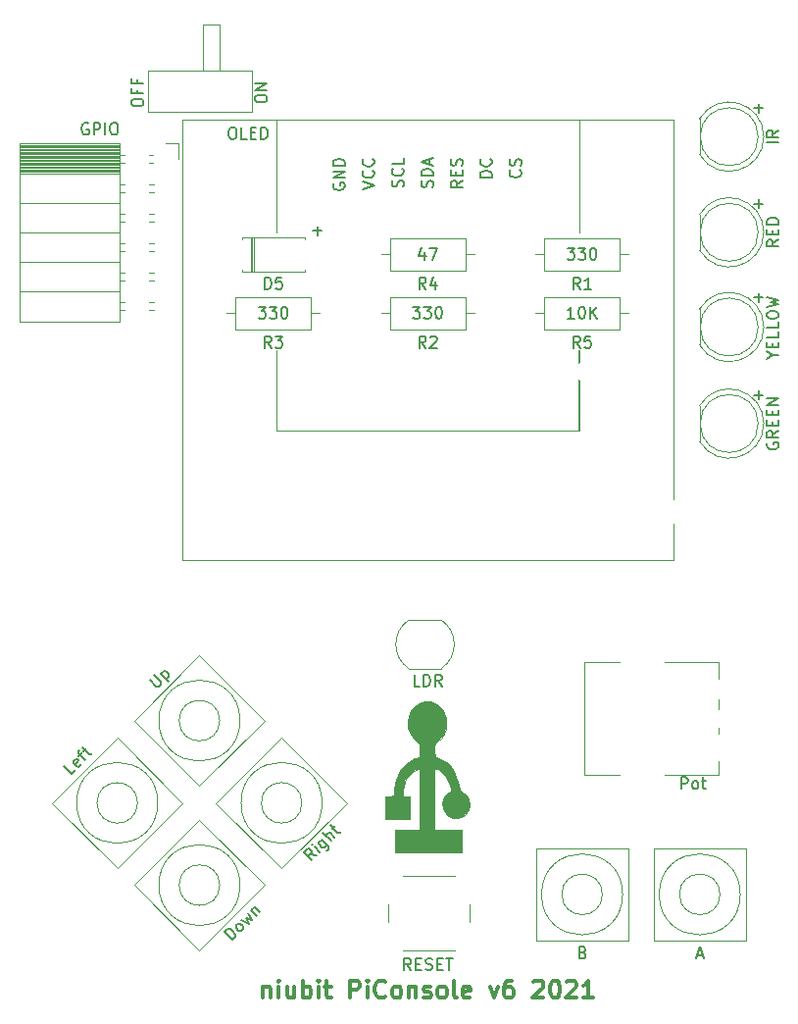
<source format=gto>
G04 #@! TF.GenerationSoftware,KiCad,Pcbnew,5.1.10-88a1d61d58~90~ubuntu20.04.1*
G04 #@! TF.CreationDate,2021-08-31T10:35:56+02:00*
G04 #@! TF.ProjectId,piconsole,7069636f-6e73-46f6-9c65-2e6b69636164,rev?*
G04 #@! TF.SameCoordinates,Original*
G04 #@! TF.FileFunction,Legend,Top*
G04 #@! TF.FilePolarity,Positive*
%FSLAX46Y46*%
G04 Gerber Fmt 4.6, Leading zero omitted, Abs format (unit mm)*
G04 Created by KiCad (PCBNEW 5.1.10-88a1d61d58~90~ubuntu20.04.1) date 2021-08-31 10:35:56*
%MOMM*%
%LPD*%
G01*
G04 APERTURE LIST*
%ADD10C,0.120000*%
%ADD11C,0.150000*%
%ADD12C,0.300000*%
%ADD13C,0.010000*%
%ADD14C,1.700000*%
%ADD15C,2.100000*%
%ADD16R,1.700000X1.700000*%
%ADD17C,2.000000*%
%ADD18O,3.740000X2.720000*%
%ADD19C,1.800000*%
%ADD20R,1.800000X1.800000*%
%ADD21R,1.624000X1.624000*%
%ADD22C,1.624000*%
%ADD23C,1.524000*%
%ADD24C,3.100000*%
%ADD25R,2.000000X2.000000*%
%ADD26R,2.200000X2.200000*%
%ADD27O,2.200000X2.200000*%
%ADD28O,1.700000X1.700000*%
%ADD29C,1.600000*%
%ADD30O,1.600000X1.600000*%
%ADD31R,1.600000X1.600000*%
G04 APERTURE END LIST*
D10*
X117729000Y-88900000D02*
X117729000Y-81915000D01*
D11*
X143891000Y-81915000D02*
X143891000Y-88900000D01*
D10*
X143891000Y-71755000D02*
X143891000Y-62103000D01*
X117729000Y-88900000D02*
X143891000Y-88900000D01*
X117729000Y-62103000D02*
X117729000Y-71755000D01*
D11*
X159004047Y-61031428D02*
X159765952Y-61031428D01*
X159385000Y-61412380D02*
X159385000Y-60650476D01*
X159004047Y-85796428D02*
X159765952Y-85796428D01*
X159385000Y-86177380D02*
X159385000Y-85415476D01*
X159004047Y-77366428D02*
X159765952Y-77366428D01*
X159385000Y-77747380D02*
X159385000Y-76985476D01*
X159004047Y-69286428D02*
X159765952Y-69286428D01*
X159385000Y-69667380D02*
X159385000Y-68905476D01*
D12*
X116595714Y-136838571D02*
X116595714Y-137838571D01*
X116595714Y-136981428D02*
X116667142Y-136910000D01*
X116809999Y-136838571D01*
X117024285Y-136838571D01*
X117167142Y-136910000D01*
X117238571Y-137052857D01*
X117238571Y-137838571D01*
X117952857Y-137838571D02*
X117952857Y-136838571D01*
X117952857Y-136338571D02*
X117881428Y-136410000D01*
X117952857Y-136481428D01*
X118024285Y-136410000D01*
X117952857Y-136338571D01*
X117952857Y-136481428D01*
X119309999Y-136838571D02*
X119309999Y-137838571D01*
X118667142Y-136838571D02*
X118667142Y-137624285D01*
X118738571Y-137767142D01*
X118881428Y-137838571D01*
X119095714Y-137838571D01*
X119238571Y-137767142D01*
X119309999Y-137695714D01*
X120024285Y-137838571D02*
X120024285Y-136338571D01*
X120024285Y-136910000D02*
X120167142Y-136838571D01*
X120452857Y-136838571D01*
X120595714Y-136910000D01*
X120667142Y-136981428D01*
X120738571Y-137124285D01*
X120738571Y-137552857D01*
X120667142Y-137695714D01*
X120595714Y-137767142D01*
X120452857Y-137838571D01*
X120167142Y-137838571D01*
X120024285Y-137767142D01*
X121381428Y-137838571D02*
X121381428Y-136838571D01*
X121381428Y-136338571D02*
X121309999Y-136410000D01*
X121381428Y-136481428D01*
X121452857Y-136410000D01*
X121381428Y-136338571D01*
X121381428Y-136481428D01*
X121881428Y-136838571D02*
X122452857Y-136838571D01*
X122095714Y-136338571D02*
X122095714Y-137624285D01*
X122167142Y-137767142D01*
X122309999Y-137838571D01*
X122452857Y-137838571D01*
X124095714Y-137838571D02*
X124095714Y-136338571D01*
X124667142Y-136338571D01*
X124809999Y-136410000D01*
X124881428Y-136481428D01*
X124952857Y-136624285D01*
X124952857Y-136838571D01*
X124881428Y-136981428D01*
X124809999Y-137052857D01*
X124667142Y-137124285D01*
X124095714Y-137124285D01*
X125595714Y-137838571D02*
X125595714Y-136838571D01*
X125595714Y-136338571D02*
X125524285Y-136410000D01*
X125595714Y-136481428D01*
X125667142Y-136410000D01*
X125595714Y-136338571D01*
X125595714Y-136481428D01*
X127167142Y-137695714D02*
X127095714Y-137767142D01*
X126881428Y-137838571D01*
X126738571Y-137838571D01*
X126524285Y-137767142D01*
X126381428Y-137624285D01*
X126309999Y-137481428D01*
X126238571Y-137195714D01*
X126238571Y-136981428D01*
X126309999Y-136695714D01*
X126381428Y-136552857D01*
X126524285Y-136410000D01*
X126738571Y-136338571D01*
X126881428Y-136338571D01*
X127095714Y-136410000D01*
X127167142Y-136481428D01*
X128024285Y-137838571D02*
X127881428Y-137767142D01*
X127809999Y-137695714D01*
X127738571Y-137552857D01*
X127738571Y-137124285D01*
X127809999Y-136981428D01*
X127881428Y-136910000D01*
X128024285Y-136838571D01*
X128238571Y-136838571D01*
X128381428Y-136910000D01*
X128452857Y-136981428D01*
X128524285Y-137124285D01*
X128524285Y-137552857D01*
X128452857Y-137695714D01*
X128381428Y-137767142D01*
X128238571Y-137838571D01*
X128024285Y-137838571D01*
X129167142Y-136838571D02*
X129167142Y-137838571D01*
X129167142Y-136981428D02*
X129238571Y-136910000D01*
X129381428Y-136838571D01*
X129595714Y-136838571D01*
X129738571Y-136910000D01*
X129809999Y-137052857D01*
X129809999Y-137838571D01*
X130452857Y-137767142D02*
X130595714Y-137838571D01*
X130881428Y-137838571D01*
X131024285Y-137767142D01*
X131095714Y-137624285D01*
X131095714Y-137552857D01*
X131024285Y-137410000D01*
X130881428Y-137338571D01*
X130667142Y-137338571D01*
X130524285Y-137267142D01*
X130452857Y-137124285D01*
X130452857Y-137052857D01*
X130524285Y-136910000D01*
X130667142Y-136838571D01*
X130881428Y-136838571D01*
X131024285Y-136910000D01*
X131952857Y-137838571D02*
X131809999Y-137767142D01*
X131738571Y-137695714D01*
X131667142Y-137552857D01*
X131667142Y-137124285D01*
X131738571Y-136981428D01*
X131809999Y-136910000D01*
X131952857Y-136838571D01*
X132167142Y-136838571D01*
X132309999Y-136910000D01*
X132381428Y-136981428D01*
X132452857Y-137124285D01*
X132452857Y-137552857D01*
X132381428Y-137695714D01*
X132309999Y-137767142D01*
X132167142Y-137838571D01*
X131952857Y-137838571D01*
X133309999Y-137838571D02*
X133167142Y-137767142D01*
X133095714Y-137624285D01*
X133095714Y-136338571D01*
X134452857Y-137767142D02*
X134310000Y-137838571D01*
X134024285Y-137838571D01*
X133881428Y-137767142D01*
X133809999Y-137624285D01*
X133809999Y-137052857D01*
X133881428Y-136910000D01*
X134024285Y-136838571D01*
X134310000Y-136838571D01*
X134452857Y-136910000D01*
X134524285Y-137052857D01*
X134524285Y-137195714D01*
X133809999Y-137338571D01*
X136167142Y-136838571D02*
X136524285Y-137838571D01*
X136881428Y-136838571D01*
X138095714Y-136338571D02*
X137810000Y-136338571D01*
X137667142Y-136410000D01*
X137595714Y-136481428D01*
X137452857Y-136695714D01*
X137381428Y-136981428D01*
X137381428Y-137552857D01*
X137452857Y-137695714D01*
X137524285Y-137767142D01*
X137667142Y-137838571D01*
X137952857Y-137838571D01*
X138095714Y-137767142D01*
X138167142Y-137695714D01*
X138238571Y-137552857D01*
X138238571Y-137195714D01*
X138167142Y-137052857D01*
X138095714Y-136981428D01*
X137952857Y-136910000D01*
X137667142Y-136910000D01*
X137524285Y-136981428D01*
X137452857Y-137052857D01*
X137381428Y-137195714D01*
X139952857Y-136481428D02*
X140024285Y-136410000D01*
X140167142Y-136338571D01*
X140524285Y-136338571D01*
X140667142Y-136410000D01*
X140738571Y-136481428D01*
X140810000Y-136624285D01*
X140810000Y-136767142D01*
X140738571Y-136981428D01*
X139881428Y-137838571D01*
X140810000Y-137838571D01*
X141738571Y-136338571D02*
X141881428Y-136338571D01*
X142024285Y-136410000D01*
X142095714Y-136481428D01*
X142167142Y-136624285D01*
X142238571Y-136910000D01*
X142238571Y-137267142D01*
X142167142Y-137552857D01*
X142095714Y-137695714D01*
X142024285Y-137767142D01*
X141881428Y-137838571D01*
X141738571Y-137838571D01*
X141595714Y-137767142D01*
X141524285Y-137695714D01*
X141452857Y-137552857D01*
X141381428Y-137267142D01*
X141381428Y-136910000D01*
X141452857Y-136624285D01*
X141524285Y-136481428D01*
X141595714Y-136410000D01*
X141738571Y-136338571D01*
X142810000Y-136481428D02*
X142881428Y-136410000D01*
X143024285Y-136338571D01*
X143381428Y-136338571D01*
X143524285Y-136410000D01*
X143595714Y-136481428D01*
X143667142Y-136624285D01*
X143667142Y-136767142D01*
X143595714Y-136981428D01*
X142738571Y-137838571D01*
X143667142Y-137838571D01*
X145095714Y-137838571D02*
X144238571Y-137838571D01*
X144667142Y-137838571D02*
X144667142Y-136338571D01*
X144524285Y-136552857D01*
X144381428Y-136695714D01*
X144238571Y-136767142D01*
D10*
X109610000Y-62026000D02*
X152010000Y-62026000D01*
X152010000Y-62026000D02*
X152010000Y-100026000D01*
X152010000Y-100026000D02*
X109610000Y-100026000D01*
X109610000Y-100026000D02*
X109610000Y-62026000D01*
X128635000Y-133770000D02*
X133135000Y-133770000D01*
X127385000Y-129770000D02*
X127385000Y-131270000D01*
X133135000Y-127270000D02*
X128635000Y-127270000D01*
X134385000Y-131270000D02*
X134385000Y-129770000D01*
D13*
G36*
X131010677Y-112270988D02*
G01*
X131450436Y-112424614D01*
X131851209Y-112714173D01*
X132187886Y-113137745D01*
X132265282Y-113276270D01*
X132392983Y-113678910D01*
X132422660Y-114153403D01*
X132358578Y-114636652D01*
X132205002Y-115065562D01*
X132136399Y-115182931D01*
X131943789Y-115427064D01*
X131733045Y-115626982D01*
X131651063Y-115683294D01*
X131522444Y-115766458D01*
X131448422Y-115863177D01*
X131413905Y-116018988D01*
X131403798Y-116279427D01*
X131403202Y-116431106D01*
X131405714Y-116745941D01*
X131423799Y-116931248D01*
X131472242Y-117026832D01*
X131565829Y-117072496D01*
X131648793Y-117092270D01*
X131905111Y-117194125D01*
X132218100Y-117381442D01*
X132530427Y-117614475D01*
X132784759Y-117853481D01*
X132838513Y-117917003D01*
X133069416Y-118281834D01*
X133278427Y-118736271D01*
X133432763Y-119200934D01*
X133491830Y-119498955D01*
X133539045Y-119771560D01*
X133622322Y-119938903D01*
X133777250Y-120065058D01*
X133821049Y-120091624D01*
X134171813Y-120383508D01*
X134373864Y-120747584D01*
X134421733Y-121165738D01*
X134309953Y-121619856D01*
X134293802Y-121657531D01*
X134058008Y-122006657D01*
X133732480Y-122240745D01*
X133354800Y-122349773D01*
X132962549Y-122323716D01*
X132593310Y-122152550D01*
X132552564Y-122121966D01*
X132290455Y-121826789D01*
X132135283Y-121464516D01*
X132085541Y-121074144D01*
X132139722Y-120694670D01*
X132296317Y-120365092D01*
X132553819Y-120124406D01*
X132631355Y-120083796D01*
X132786849Y-119963095D01*
X132809936Y-119852689D01*
X132698116Y-119430820D01*
X132605879Y-119132623D01*
X132513960Y-118916953D01*
X132403093Y-118742665D01*
X132254012Y-118568614D01*
X132164613Y-118474515D01*
X131911631Y-118241891D01*
X131696119Y-118099462D01*
X131587565Y-118067667D01*
X131402667Y-118067667D01*
X131402667Y-123317000D01*
X133773334Y-123317000D01*
X133773334Y-125264333D01*
X128016000Y-125264333D01*
X128016000Y-123317000D01*
X130132667Y-123317000D01*
X130132667Y-120692333D01*
X130132221Y-119956527D01*
X130130189Y-119372568D01*
X130125527Y-118922970D01*
X130117191Y-118590249D01*
X130104138Y-118356919D01*
X130085324Y-118205495D01*
X130059706Y-118118490D01*
X130026241Y-118078421D01*
X129983885Y-118067801D01*
X129976037Y-118067667D01*
X129756242Y-118133889D01*
X129494116Y-118307047D01*
X129234452Y-118548872D01*
X129022040Y-118821097D01*
X128955708Y-118939367D01*
X128852798Y-119200426D01*
X128759975Y-119518847D01*
X128687531Y-119845244D01*
X128645756Y-120130233D01*
X128644942Y-120324429D01*
X128658469Y-120365751D01*
X128765560Y-120414734D01*
X128967594Y-120438025D01*
X128994664Y-120438333D01*
X129286000Y-120438333D01*
X129286000Y-122385667D01*
X127169334Y-122385667D01*
X127169334Y-120448069D01*
X127529167Y-120422035D01*
X127889000Y-120396000D01*
X127946089Y-119878522D01*
X128028063Y-119326524D01*
X128149962Y-118874795D01*
X128332536Y-118455361D01*
X128440935Y-118257449D01*
X128765918Y-117829149D01*
X129194952Y-117455331D01*
X129668951Y-117184567D01*
X129811976Y-117130401D01*
X130132667Y-117024563D01*
X130132667Y-115943607D01*
X129680325Y-115501980D01*
X129415223Y-115221341D01*
X129250224Y-114979462D01*
X129147699Y-114716602D01*
X129120828Y-114613679D01*
X129055796Y-114029968D01*
X129153534Y-113487673D01*
X129363937Y-113054248D01*
X129708560Y-112644926D01*
X130114630Y-112379223D01*
X130557039Y-112255217D01*
X131010677Y-112270988D01*
G37*
X131010677Y-112270988D02*
X131450436Y-112424614D01*
X131851209Y-112714173D01*
X132187886Y-113137745D01*
X132265282Y-113276270D01*
X132392983Y-113678910D01*
X132422660Y-114153403D01*
X132358578Y-114636652D01*
X132205002Y-115065562D01*
X132136399Y-115182931D01*
X131943789Y-115427064D01*
X131733045Y-115626982D01*
X131651063Y-115683294D01*
X131522444Y-115766458D01*
X131448422Y-115863177D01*
X131413905Y-116018988D01*
X131403798Y-116279427D01*
X131403202Y-116431106D01*
X131405714Y-116745941D01*
X131423799Y-116931248D01*
X131472242Y-117026832D01*
X131565829Y-117072496D01*
X131648793Y-117092270D01*
X131905111Y-117194125D01*
X132218100Y-117381442D01*
X132530427Y-117614475D01*
X132784759Y-117853481D01*
X132838513Y-117917003D01*
X133069416Y-118281834D01*
X133278427Y-118736271D01*
X133432763Y-119200934D01*
X133491830Y-119498955D01*
X133539045Y-119771560D01*
X133622322Y-119938903D01*
X133777250Y-120065058D01*
X133821049Y-120091624D01*
X134171813Y-120383508D01*
X134373864Y-120747584D01*
X134421733Y-121165738D01*
X134309953Y-121619856D01*
X134293802Y-121657531D01*
X134058008Y-122006657D01*
X133732480Y-122240745D01*
X133354800Y-122349773D01*
X132962549Y-122323716D01*
X132593310Y-122152550D01*
X132552564Y-122121966D01*
X132290455Y-121826789D01*
X132135283Y-121464516D01*
X132085541Y-121074144D01*
X132139722Y-120694670D01*
X132296317Y-120365092D01*
X132553819Y-120124406D01*
X132631355Y-120083796D01*
X132786849Y-119963095D01*
X132809936Y-119852689D01*
X132698116Y-119430820D01*
X132605879Y-119132623D01*
X132513960Y-118916953D01*
X132403093Y-118742665D01*
X132254012Y-118568614D01*
X132164613Y-118474515D01*
X131911631Y-118241891D01*
X131696119Y-118099462D01*
X131587565Y-118067667D01*
X131402667Y-118067667D01*
X131402667Y-123317000D01*
X133773334Y-123317000D01*
X133773334Y-125264333D01*
X128016000Y-125264333D01*
X128016000Y-123317000D01*
X130132667Y-123317000D01*
X130132667Y-120692333D01*
X130132221Y-119956527D01*
X130130189Y-119372568D01*
X130125527Y-118922970D01*
X130117191Y-118590249D01*
X130104138Y-118356919D01*
X130085324Y-118205495D01*
X130059706Y-118118490D01*
X130026241Y-118078421D01*
X129983885Y-118067801D01*
X129976037Y-118067667D01*
X129756242Y-118133889D01*
X129494116Y-118307047D01*
X129234452Y-118548872D01*
X129022040Y-118821097D01*
X128955708Y-118939367D01*
X128852798Y-119200426D01*
X128759975Y-119518847D01*
X128687531Y-119845244D01*
X128645756Y-120130233D01*
X128644942Y-120324429D01*
X128658469Y-120365751D01*
X128765560Y-120414734D01*
X128967594Y-120438025D01*
X128994664Y-120438333D01*
X129286000Y-120438333D01*
X129286000Y-122385667D01*
X127169334Y-122385667D01*
X127169334Y-120448069D01*
X127529167Y-120422035D01*
X127889000Y-120396000D01*
X127946089Y-119878522D01*
X128028063Y-119326524D01*
X128149962Y-118874795D01*
X128332536Y-118455361D01*
X128440935Y-118257449D01*
X128765918Y-117829149D01*
X129194952Y-117455331D01*
X129668951Y-117184567D01*
X129811976Y-117130401D01*
X130132667Y-117024563D01*
X130132667Y-115943607D01*
X129680325Y-115501980D01*
X129415223Y-115221341D01*
X129250224Y-114979462D01*
X129147699Y-114716602D01*
X129120828Y-114613679D01*
X129055796Y-114029968D01*
X129153534Y-113487673D01*
X129363937Y-113054248D01*
X129708560Y-112644926D01*
X130114630Y-112379223D01*
X130557039Y-112255217D01*
X131010677Y-112270988D01*
D10*
X144375000Y-108835000D02*
X144375000Y-118575000D01*
X155965000Y-108835000D02*
X155965000Y-110325000D01*
X147435000Y-108835000D02*
X144375000Y-108835000D01*
X155965000Y-118585000D02*
X151245000Y-118585000D01*
X147435000Y-118575000D02*
X144375000Y-118575000D01*
X155965000Y-108835000D02*
X151245000Y-108835000D01*
X155965000Y-117395000D02*
X155965000Y-118575000D01*
X155965000Y-114495000D02*
X155965000Y-115025000D01*
X155965000Y-112045000D02*
X155965000Y-112875000D01*
X140145000Y-124905000D02*
X140145000Y-132905000D01*
X140145000Y-132905000D02*
X148145000Y-132905000D01*
X148145000Y-132905000D02*
X148145000Y-124905000D01*
X148145000Y-124905000D02*
X140145000Y-124905000D01*
X145895000Y-128905000D02*
G75*
G03*
X145895000Y-128905000I-1750000J0D01*
G01*
X147645000Y-128905000D02*
G75*
G03*
X147645000Y-128905000I-3500000J0D01*
G01*
X159345000Y-63500000D02*
G75*
G03*
X159345000Y-63500000I-2500000J0D01*
G01*
X154285000Y-61955000D02*
X154285000Y-65045000D01*
X159835000Y-63500462D02*
G75*
G03*
X154285000Y-61955170I-2990000J462D01*
G01*
X159835000Y-63499538D02*
G75*
G02*
X154285000Y-65044830I-2990000J-462D01*
G01*
X154285000Y-70210000D02*
X154285000Y-73300000D01*
X159345000Y-71755000D02*
G75*
G03*
X159345000Y-71755000I-2500000J0D01*
G01*
X159835000Y-71755462D02*
G75*
G03*
X154285000Y-70210170I-2990000J462D01*
G01*
X159835000Y-71754538D02*
G75*
G02*
X154285000Y-73299830I-2990000J-462D01*
G01*
X159345000Y-79930000D02*
G75*
G03*
X159345000Y-79930000I-2500000J0D01*
G01*
X154285000Y-78385000D02*
X154285000Y-81475000D01*
X159835000Y-79929538D02*
G75*
G02*
X154285000Y-81474830I-2990000J-462D01*
G01*
X159835000Y-79930462D02*
G75*
G03*
X154285000Y-78385170I-2990000J462D01*
G01*
X154285000Y-86720000D02*
X154285000Y-89810000D01*
X159345000Y-88265000D02*
G75*
G03*
X159345000Y-88265000I-2500000J0D01*
G01*
X159835000Y-88265462D02*
G75*
G03*
X154285000Y-86720170I-2990000J462D01*
G01*
X159835000Y-88264538D02*
G75*
G02*
X154285000Y-89809830I-2990000J-462D01*
G01*
X115535000Y-72190000D02*
X115535000Y-75130000D01*
X115775000Y-72190000D02*
X115775000Y-75130000D01*
X115655000Y-72190000D02*
X115655000Y-75130000D01*
X120195000Y-75130000D02*
X120195000Y-75000000D01*
X114755000Y-75130000D02*
X120195000Y-75130000D01*
X114755000Y-75000000D02*
X114755000Y-75130000D01*
X120195000Y-72190000D02*
X120195000Y-72320000D01*
X114755000Y-72190000D02*
X120195000Y-72190000D01*
X114755000Y-72320000D02*
X114755000Y-72190000D01*
X108204000Y-64075000D02*
X109314000Y-64075000D01*
X109314000Y-64075000D02*
X109314000Y-65405000D01*
X95574000Y-64075000D02*
X95574000Y-79435000D01*
X95574000Y-79435000D02*
X104204000Y-79435000D01*
X104204000Y-64075000D02*
X104204000Y-79435000D01*
X95574000Y-64075000D02*
X104204000Y-64075000D01*
X95574000Y-76835000D02*
X104204000Y-76835000D01*
X95574000Y-74295000D02*
X104204000Y-74295000D01*
X95574000Y-71755000D02*
X104204000Y-71755000D01*
X95574000Y-69215000D02*
X104204000Y-69215000D01*
X95574000Y-66675000D02*
X104204000Y-66675000D01*
X106714000Y-78465000D02*
X107154000Y-78465000D01*
X104204000Y-78465000D02*
X104614000Y-78465000D01*
X106714000Y-77745000D02*
X107154000Y-77745000D01*
X104204000Y-77745000D02*
X104614000Y-77745000D01*
X106714000Y-75925000D02*
X107154000Y-75925000D01*
X104204000Y-75925000D02*
X104614000Y-75925000D01*
X106714000Y-75205000D02*
X107154000Y-75205000D01*
X104204000Y-75205000D02*
X104614000Y-75205000D01*
X106714000Y-73385000D02*
X107154000Y-73385000D01*
X104204000Y-73385000D02*
X104614000Y-73385000D01*
X106714000Y-72665000D02*
X107154000Y-72665000D01*
X104204000Y-72665000D02*
X104614000Y-72665000D01*
X106714000Y-70845000D02*
X107154000Y-70845000D01*
X104204000Y-70845000D02*
X104614000Y-70845000D01*
X106714000Y-70125000D02*
X107154000Y-70125000D01*
X104204000Y-70125000D02*
X104614000Y-70125000D01*
X106714000Y-68305000D02*
X107154000Y-68305000D01*
X104204000Y-68305000D02*
X104614000Y-68305000D01*
X106714000Y-67585000D02*
X107154000Y-67585000D01*
X104204000Y-67585000D02*
X104614000Y-67585000D01*
X106714000Y-65765000D02*
X107094000Y-65765000D01*
X104204000Y-65765000D02*
X104614000Y-65765000D01*
X106714000Y-65045000D02*
X107094000Y-65045000D01*
X104204000Y-65045000D02*
X104614000Y-65045000D01*
X95574000Y-66556900D02*
X104204000Y-66556900D01*
X95574000Y-66438805D02*
X104204000Y-66438805D01*
X95574000Y-66320710D02*
X104204000Y-66320710D01*
X95574000Y-66202615D02*
X104204000Y-66202615D01*
X95574000Y-66084520D02*
X104204000Y-66084520D01*
X95574000Y-65966425D02*
X104204000Y-65966425D01*
X95574000Y-65848330D02*
X104204000Y-65848330D01*
X95574000Y-65730235D02*
X104204000Y-65730235D01*
X95574000Y-65612140D02*
X104204000Y-65612140D01*
X95574000Y-65494045D02*
X104204000Y-65494045D01*
X95574000Y-65375950D02*
X104204000Y-65375950D01*
X95574000Y-65257855D02*
X104204000Y-65257855D01*
X95574000Y-65139760D02*
X104204000Y-65139760D01*
X95574000Y-65021665D02*
X104204000Y-65021665D01*
X95574000Y-64903570D02*
X104204000Y-64903570D01*
X95574000Y-64785475D02*
X104204000Y-64785475D01*
X95574000Y-64667380D02*
X104204000Y-64667380D01*
X95574000Y-64549285D02*
X104204000Y-64549285D01*
X95574000Y-64431190D02*
X104204000Y-64431190D01*
X95574000Y-64313095D02*
X104204000Y-64313095D01*
X95574000Y-64195000D02*
X104204000Y-64195000D01*
X148185000Y-73660000D02*
X147415000Y-73660000D01*
X140105000Y-73660000D02*
X140875000Y-73660000D01*
X147415000Y-72290000D02*
X140875000Y-72290000D01*
X147415000Y-75030000D02*
X147415000Y-72290000D01*
X140875000Y-75030000D02*
X147415000Y-75030000D01*
X140875000Y-72290000D02*
X140875000Y-75030000D01*
X134850000Y-78740000D02*
X134080000Y-78740000D01*
X126770000Y-78740000D02*
X127540000Y-78740000D01*
X134080000Y-77370000D02*
X127540000Y-77370000D01*
X134080000Y-80110000D02*
X134080000Y-77370000D01*
X127540000Y-80110000D02*
X134080000Y-80110000D01*
X127540000Y-77370000D02*
X127540000Y-80110000D01*
X114205000Y-77370000D02*
X114205000Y-80110000D01*
X114205000Y-80110000D02*
X120745000Y-80110000D01*
X120745000Y-80110000D02*
X120745000Y-77370000D01*
X120745000Y-77370000D02*
X114205000Y-77370000D01*
X113435000Y-78740000D02*
X114205000Y-78740000D01*
X121515000Y-78740000D02*
X120745000Y-78740000D01*
X134850000Y-73660000D02*
X134080000Y-73660000D01*
X126770000Y-73660000D02*
X127540000Y-73660000D01*
X134080000Y-72290000D02*
X127540000Y-72290000D01*
X134080000Y-75030000D02*
X134080000Y-72290000D01*
X127540000Y-75030000D02*
X134080000Y-75030000D01*
X127540000Y-72290000D02*
X127540000Y-75030000D01*
X140875000Y-77370000D02*
X140875000Y-80110000D01*
X140875000Y-80110000D02*
X147415000Y-80110000D01*
X147415000Y-80110000D02*
X147415000Y-77370000D01*
X147415000Y-77370000D02*
X140875000Y-77370000D01*
X140105000Y-78740000D02*
X140875000Y-78740000D01*
X148185000Y-78740000D02*
X147415000Y-78740000D01*
X131980000Y-109415000D02*
X129180000Y-109415000D01*
X131980000Y-105215000D02*
X129180000Y-105215000D01*
X129193963Y-105205758D02*
G75*
G03*
X129180000Y-109415000I1386037J-2109242D01*
G01*
X131966037Y-109424242D02*
G75*
G03*
X131980000Y-105215000I-1386037J2109242D01*
G01*
X114595000Y-113905000D02*
G75*
G03*
X114595000Y-113905000I-3500000J0D01*
G01*
X112845000Y-113905000D02*
G75*
G03*
X112845000Y-113905000I-1750000J0D01*
G01*
X111095000Y-119561854D02*
X116751854Y-113905000D01*
X105438146Y-113905000D02*
X111095000Y-119561854D01*
X111095000Y-108248146D02*
X105438146Y-113905000D01*
X116751854Y-113905000D02*
X111095000Y-108248146D01*
X116751854Y-128105000D02*
X111095000Y-122448146D01*
X111095000Y-122448146D02*
X105438146Y-128105000D01*
X105438146Y-128105000D02*
X111095000Y-133761854D01*
X111095000Y-133761854D02*
X116751854Y-128105000D01*
X112845000Y-128105000D02*
G75*
G03*
X112845000Y-128105000I-1750000J0D01*
G01*
X114595000Y-128105000D02*
G75*
G03*
X114595000Y-128105000I-3500000J0D01*
G01*
X107495000Y-121005000D02*
G75*
G03*
X107495000Y-121005000I-3500000J0D01*
G01*
X105745000Y-121005000D02*
G75*
G03*
X105745000Y-121005000I-1750000J0D01*
G01*
X103995000Y-126661854D02*
X109651854Y-121005000D01*
X98338146Y-121005000D02*
X103995000Y-126661854D01*
X103995000Y-115348146D02*
X98338146Y-121005000D01*
X109651854Y-121005000D02*
X103995000Y-115348146D01*
X123851854Y-121005000D02*
X118195000Y-115348146D01*
X118195000Y-115348146D02*
X112538146Y-121005000D01*
X112538146Y-121005000D02*
X118195000Y-126661854D01*
X118195000Y-126661854D02*
X123851854Y-121005000D01*
X119945000Y-121005000D02*
G75*
G03*
X119945000Y-121005000I-1750000J0D01*
G01*
X121695000Y-121005000D02*
G75*
G03*
X121695000Y-121005000I-3500000J0D01*
G01*
X157805000Y-128905000D02*
G75*
G03*
X157805000Y-128905000I-3500000J0D01*
G01*
X156055000Y-128905000D02*
G75*
G03*
X156055000Y-128905000I-1750000J0D01*
G01*
X158305000Y-124905000D02*
X150305000Y-124905000D01*
X158305000Y-132905000D02*
X158305000Y-124905000D01*
X150305000Y-132905000D02*
X158305000Y-132905000D01*
X150305000Y-124905000D02*
X150305000Y-132905000D01*
X111375000Y-53825000D02*
X111375000Y-57825000D01*
X112875000Y-53825000D02*
X111375000Y-53825000D01*
X112875000Y-57825000D02*
X112875000Y-53825000D01*
X106625000Y-61325000D02*
X106625000Y-57825000D01*
X115625000Y-61325000D02*
X106625000Y-61325000D01*
X115625000Y-57825000D02*
X115625000Y-61325000D01*
X106625000Y-57825000D02*
X115625000Y-57825000D01*
D11*
X113863619Y-62698380D02*
X114054095Y-62698380D01*
X114149333Y-62746000D01*
X114244571Y-62841238D01*
X114292190Y-63031714D01*
X114292190Y-63365047D01*
X114244571Y-63555523D01*
X114149333Y-63650761D01*
X114054095Y-63698380D01*
X113863619Y-63698380D01*
X113768380Y-63650761D01*
X113673142Y-63555523D01*
X113625523Y-63365047D01*
X113625523Y-63031714D01*
X113673142Y-62841238D01*
X113768380Y-62746000D01*
X113863619Y-62698380D01*
X115196952Y-63698380D02*
X114720761Y-63698380D01*
X114720761Y-62698380D01*
X115530285Y-63174571D02*
X115863619Y-63174571D01*
X116006476Y-63698380D02*
X115530285Y-63698380D01*
X115530285Y-62698380D01*
X116006476Y-62698380D01*
X116435047Y-63698380D02*
X116435047Y-62698380D01*
X116673142Y-62698380D01*
X116816000Y-62746000D01*
X116911238Y-62841238D01*
X116958857Y-62936476D01*
X117006476Y-63126952D01*
X117006476Y-63269809D01*
X116958857Y-63460285D01*
X116911238Y-63555523D01*
X116816000Y-63650761D01*
X116673142Y-63698380D01*
X116435047Y-63698380D01*
X138787142Y-66391357D02*
X138834761Y-66438976D01*
X138882380Y-66581833D01*
X138882380Y-66677071D01*
X138834761Y-66819928D01*
X138739523Y-66915166D01*
X138644285Y-66962785D01*
X138453809Y-67010404D01*
X138310952Y-67010404D01*
X138120476Y-66962785D01*
X138025238Y-66915166D01*
X137930000Y-66819928D01*
X137882380Y-66677071D01*
X137882380Y-66581833D01*
X137930000Y-66438976D01*
X137977619Y-66391357D01*
X138834761Y-66010404D02*
X138882380Y-65867547D01*
X138882380Y-65629452D01*
X138834761Y-65534214D01*
X138787142Y-65486595D01*
X138691904Y-65438976D01*
X138596666Y-65438976D01*
X138501428Y-65486595D01*
X138453809Y-65534214D01*
X138406190Y-65629452D01*
X138358571Y-65819928D01*
X138310952Y-65915166D01*
X138263333Y-65962785D01*
X138168095Y-66010404D01*
X138072857Y-66010404D01*
X137977619Y-65962785D01*
X137930000Y-65915166D01*
X137882380Y-65819928D01*
X137882380Y-65581833D01*
X137930000Y-65438976D01*
X136342380Y-67010404D02*
X135342380Y-67010404D01*
X135342380Y-66772309D01*
X135390000Y-66629452D01*
X135485238Y-66534214D01*
X135580476Y-66486595D01*
X135770952Y-66438976D01*
X135913809Y-66438976D01*
X136104285Y-66486595D01*
X136199523Y-66534214D01*
X136294761Y-66629452D01*
X136342380Y-66772309D01*
X136342380Y-67010404D01*
X136247142Y-65438976D02*
X136294761Y-65486595D01*
X136342380Y-65629452D01*
X136342380Y-65724690D01*
X136294761Y-65867547D01*
X136199523Y-65962785D01*
X136104285Y-66010404D01*
X135913809Y-66058023D01*
X135770952Y-66058023D01*
X135580476Y-66010404D01*
X135485238Y-65962785D01*
X135390000Y-65867547D01*
X135342380Y-65724690D01*
X135342380Y-65629452D01*
X135390000Y-65486595D01*
X135437619Y-65438976D01*
X133802380Y-67296119D02*
X133326190Y-67629452D01*
X133802380Y-67867547D02*
X132802380Y-67867547D01*
X132802380Y-67486595D01*
X132850000Y-67391357D01*
X132897619Y-67343738D01*
X132992857Y-67296119D01*
X133135714Y-67296119D01*
X133230952Y-67343738D01*
X133278571Y-67391357D01*
X133326190Y-67486595D01*
X133326190Y-67867547D01*
X133278571Y-66867547D02*
X133278571Y-66534214D01*
X133802380Y-66391357D02*
X133802380Y-66867547D01*
X132802380Y-66867547D01*
X132802380Y-66391357D01*
X133754761Y-66010404D02*
X133802380Y-65867547D01*
X133802380Y-65629452D01*
X133754761Y-65534214D01*
X133707142Y-65486595D01*
X133611904Y-65438976D01*
X133516666Y-65438976D01*
X133421428Y-65486595D01*
X133373809Y-65534214D01*
X133326190Y-65629452D01*
X133278571Y-65819928D01*
X133230952Y-65915166D01*
X133183333Y-65962785D01*
X133088095Y-66010404D01*
X132992857Y-66010404D01*
X132897619Y-65962785D01*
X132850000Y-65915166D01*
X132802380Y-65819928D01*
X132802380Y-65581833D01*
X132850000Y-65438976D01*
X122690000Y-67534214D02*
X122642380Y-67629452D01*
X122642380Y-67772309D01*
X122690000Y-67915166D01*
X122785238Y-68010404D01*
X122880476Y-68058023D01*
X123070952Y-68105642D01*
X123213809Y-68105642D01*
X123404285Y-68058023D01*
X123499523Y-68010404D01*
X123594761Y-67915166D01*
X123642380Y-67772309D01*
X123642380Y-67677071D01*
X123594761Y-67534214D01*
X123547142Y-67486595D01*
X123213809Y-67486595D01*
X123213809Y-67677071D01*
X123642380Y-67058023D02*
X122642380Y-67058023D01*
X123642380Y-66486595D01*
X122642380Y-66486595D01*
X123642380Y-66010404D02*
X122642380Y-66010404D01*
X122642380Y-65772309D01*
X122690000Y-65629452D01*
X122785238Y-65534214D01*
X122880476Y-65486595D01*
X123070952Y-65438976D01*
X123213809Y-65438976D01*
X123404285Y-65486595D01*
X123499523Y-65534214D01*
X123594761Y-65629452D01*
X123642380Y-65772309D01*
X123642380Y-66010404D01*
X125182380Y-68010404D02*
X126182380Y-67677071D01*
X125182380Y-67343738D01*
X126087142Y-66438976D02*
X126134761Y-66486595D01*
X126182380Y-66629452D01*
X126182380Y-66724690D01*
X126134761Y-66867547D01*
X126039523Y-66962785D01*
X125944285Y-67010404D01*
X125753809Y-67058023D01*
X125610952Y-67058023D01*
X125420476Y-67010404D01*
X125325238Y-66962785D01*
X125230000Y-66867547D01*
X125182380Y-66724690D01*
X125182380Y-66629452D01*
X125230000Y-66486595D01*
X125277619Y-66438976D01*
X126087142Y-65438976D02*
X126134761Y-65486595D01*
X126182380Y-65629452D01*
X126182380Y-65724690D01*
X126134761Y-65867547D01*
X126039523Y-65962785D01*
X125944285Y-66010404D01*
X125753809Y-66058023D01*
X125610952Y-66058023D01*
X125420476Y-66010404D01*
X125325238Y-65962785D01*
X125230000Y-65867547D01*
X125182380Y-65724690D01*
X125182380Y-65629452D01*
X125230000Y-65486595D01*
X125277619Y-65438976D01*
X128674761Y-67819928D02*
X128722380Y-67677071D01*
X128722380Y-67438976D01*
X128674761Y-67343738D01*
X128627142Y-67296119D01*
X128531904Y-67248500D01*
X128436666Y-67248500D01*
X128341428Y-67296119D01*
X128293809Y-67343738D01*
X128246190Y-67438976D01*
X128198571Y-67629452D01*
X128150952Y-67724690D01*
X128103333Y-67772309D01*
X128008095Y-67819928D01*
X127912857Y-67819928D01*
X127817619Y-67772309D01*
X127770000Y-67724690D01*
X127722380Y-67629452D01*
X127722380Y-67391357D01*
X127770000Y-67248500D01*
X128627142Y-66248500D02*
X128674761Y-66296119D01*
X128722380Y-66438976D01*
X128722380Y-66534214D01*
X128674761Y-66677071D01*
X128579523Y-66772309D01*
X128484285Y-66819928D01*
X128293809Y-66867547D01*
X128150952Y-66867547D01*
X127960476Y-66819928D01*
X127865238Y-66772309D01*
X127770000Y-66677071D01*
X127722380Y-66534214D01*
X127722380Y-66438976D01*
X127770000Y-66296119D01*
X127817619Y-66248500D01*
X128722380Y-65343738D02*
X128722380Y-65819928D01*
X127722380Y-65819928D01*
X131214761Y-67867547D02*
X131262380Y-67724690D01*
X131262380Y-67486595D01*
X131214761Y-67391357D01*
X131167142Y-67343738D01*
X131071904Y-67296119D01*
X130976666Y-67296119D01*
X130881428Y-67343738D01*
X130833809Y-67391357D01*
X130786190Y-67486595D01*
X130738571Y-67677071D01*
X130690952Y-67772309D01*
X130643333Y-67819928D01*
X130548095Y-67867547D01*
X130452857Y-67867547D01*
X130357619Y-67819928D01*
X130310000Y-67772309D01*
X130262380Y-67677071D01*
X130262380Y-67438976D01*
X130310000Y-67296119D01*
X131262380Y-66867547D02*
X130262380Y-66867547D01*
X130262380Y-66629452D01*
X130310000Y-66486595D01*
X130405238Y-66391357D01*
X130500476Y-66343738D01*
X130690952Y-66296119D01*
X130833809Y-66296119D01*
X131024285Y-66343738D01*
X131119523Y-66391357D01*
X131214761Y-66486595D01*
X131262380Y-66629452D01*
X131262380Y-66867547D01*
X130976666Y-65915166D02*
X130976666Y-65438976D01*
X131262380Y-66010404D02*
X130262380Y-65677071D01*
X131262380Y-65343738D01*
X129357619Y-135422380D02*
X129024285Y-134946190D01*
X128786190Y-135422380D02*
X128786190Y-134422380D01*
X129167142Y-134422380D01*
X129262380Y-134470000D01*
X129310000Y-134517619D01*
X129357619Y-134612857D01*
X129357619Y-134755714D01*
X129310000Y-134850952D01*
X129262380Y-134898571D01*
X129167142Y-134946190D01*
X128786190Y-134946190D01*
X129786190Y-134898571D02*
X130119523Y-134898571D01*
X130262380Y-135422380D02*
X129786190Y-135422380D01*
X129786190Y-134422380D01*
X130262380Y-134422380D01*
X130643333Y-135374761D02*
X130786190Y-135422380D01*
X131024285Y-135422380D01*
X131119523Y-135374761D01*
X131167142Y-135327142D01*
X131214761Y-135231904D01*
X131214761Y-135136666D01*
X131167142Y-135041428D01*
X131119523Y-134993809D01*
X131024285Y-134946190D01*
X130833809Y-134898571D01*
X130738571Y-134850952D01*
X130690952Y-134803333D01*
X130643333Y-134708095D01*
X130643333Y-134612857D01*
X130690952Y-134517619D01*
X130738571Y-134470000D01*
X130833809Y-134422380D01*
X131071904Y-134422380D01*
X131214761Y-134470000D01*
X131643333Y-134898571D02*
X131976666Y-134898571D01*
X132119523Y-135422380D02*
X131643333Y-135422380D01*
X131643333Y-134422380D01*
X132119523Y-134422380D01*
X132405238Y-134422380D02*
X132976666Y-134422380D01*
X132690952Y-135422380D02*
X132690952Y-134422380D01*
X152701910Y-119800470D02*
X152701910Y-118800470D01*
X153082862Y-118800470D01*
X153178100Y-118848090D01*
X153225719Y-118895709D01*
X153273338Y-118990947D01*
X153273338Y-119133804D01*
X153225719Y-119229042D01*
X153178100Y-119276661D01*
X153082862Y-119324280D01*
X152701910Y-119324280D01*
X153844767Y-119800470D02*
X153749529Y-119752851D01*
X153701910Y-119705232D01*
X153654290Y-119609994D01*
X153654290Y-119324280D01*
X153701910Y-119229042D01*
X153749529Y-119181423D01*
X153844767Y-119133804D01*
X153987624Y-119133804D01*
X154082862Y-119181423D01*
X154130481Y-119229042D01*
X154178100Y-119324280D01*
X154178100Y-119609994D01*
X154130481Y-119705232D01*
X154082862Y-119752851D01*
X153987624Y-119800470D01*
X153844767Y-119800470D01*
X154463814Y-119133804D02*
X154844767Y-119133804D01*
X154606671Y-118800470D02*
X154606671Y-119657613D01*
X154654290Y-119752851D01*
X154749529Y-119800470D01*
X154844767Y-119800470D01*
X144216428Y-133913571D02*
X144359285Y-133961190D01*
X144406904Y-134008809D01*
X144454523Y-134104047D01*
X144454523Y-134246904D01*
X144406904Y-134342142D01*
X144359285Y-134389761D01*
X144264047Y-134437380D01*
X143883095Y-134437380D01*
X143883095Y-133437380D01*
X144216428Y-133437380D01*
X144311666Y-133485000D01*
X144359285Y-133532619D01*
X144406904Y-133627857D01*
X144406904Y-133723095D01*
X144359285Y-133818333D01*
X144311666Y-133865952D01*
X144216428Y-133913571D01*
X143883095Y-133913571D01*
X161107380Y-64000000D02*
X160107380Y-64000000D01*
X161107380Y-62952380D02*
X160631190Y-63285714D01*
X161107380Y-63523809D02*
X160107380Y-63523809D01*
X160107380Y-63142857D01*
X160155000Y-63047619D01*
X160202619Y-63000000D01*
X160297857Y-62952380D01*
X160440714Y-62952380D01*
X160535952Y-63000000D01*
X160583571Y-63047619D01*
X160631190Y-63142857D01*
X160631190Y-63523809D01*
X161107380Y-72397857D02*
X160631190Y-72731190D01*
X161107380Y-72969285D02*
X160107380Y-72969285D01*
X160107380Y-72588333D01*
X160155000Y-72493095D01*
X160202619Y-72445476D01*
X160297857Y-72397857D01*
X160440714Y-72397857D01*
X160535952Y-72445476D01*
X160583571Y-72493095D01*
X160631190Y-72588333D01*
X160631190Y-72969285D01*
X160583571Y-71969285D02*
X160583571Y-71635952D01*
X161107380Y-71493095D02*
X161107380Y-71969285D01*
X160107380Y-71969285D01*
X160107380Y-71493095D01*
X161107380Y-71064523D02*
X160107380Y-71064523D01*
X160107380Y-70826428D01*
X160155000Y-70683571D01*
X160250238Y-70588333D01*
X160345476Y-70540714D01*
X160535952Y-70493095D01*
X160678809Y-70493095D01*
X160869285Y-70540714D01*
X160964523Y-70588333D01*
X161059761Y-70683571D01*
X161107380Y-70826428D01*
X161107380Y-71064523D01*
X160631190Y-82367142D02*
X161107380Y-82367142D01*
X160107380Y-82700476D02*
X160631190Y-82367142D01*
X160107380Y-82033809D01*
X160583571Y-81700476D02*
X160583571Y-81367142D01*
X161107380Y-81224285D02*
X161107380Y-81700476D01*
X160107380Y-81700476D01*
X160107380Y-81224285D01*
X161107380Y-80319523D02*
X161107380Y-80795714D01*
X160107380Y-80795714D01*
X161107380Y-79510000D02*
X161107380Y-79986190D01*
X160107380Y-79986190D01*
X160107380Y-78986190D02*
X160107380Y-78795714D01*
X160155000Y-78700476D01*
X160250238Y-78605238D01*
X160440714Y-78557619D01*
X160774047Y-78557619D01*
X160964523Y-78605238D01*
X161059761Y-78700476D01*
X161107380Y-78795714D01*
X161107380Y-78986190D01*
X161059761Y-79081428D01*
X160964523Y-79176666D01*
X160774047Y-79224285D01*
X160440714Y-79224285D01*
X160250238Y-79176666D01*
X160155000Y-79081428D01*
X160107380Y-78986190D01*
X160107380Y-78224285D02*
X161107380Y-77986190D01*
X160393095Y-77795714D01*
X161107380Y-77605238D01*
X160107380Y-77367142D01*
X160155000Y-89931666D02*
X160107380Y-90026904D01*
X160107380Y-90169761D01*
X160155000Y-90312619D01*
X160250238Y-90407857D01*
X160345476Y-90455476D01*
X160535952Y-90503095D01*
X160678809Y-90503095D01*
X160869285Y-90455476D01*
X160964523Y-90407857D01*
X161059761Y-90312619D01*
X161107380Y-90169761D01*
X161107380Y-90074523D01*
X161059761Y-89931666D01*
X161012142Y-89884047D01*
X160678809Y-89884047D01*
X160678809Y-90074523D01*
X161107380Y-88884047D02*
X160631190Y-89217380D01*
X161107380Y-89455476D02*
X160107380Y-89455476D01*
X160107380Y-89074523D01*
X160155000Y-88979285D01*
X160202619Y-88931666D01*
X160297857Y-88884047D01*
X160440714Y-88884047D01*
X160535952Y-88931666D01*
X160583571Y-88979285D01*
X160631190Y-89074523D01*
X160631190Y-89455476D01*
X160583571Y-88455476D02*
X160583571Y-88122142D01*
X161107380Y-87979285D02*
X161107380Y-88455476D01*
X160107380Y-88455476D01*
X160107380Y-87979285D01*
X160583571Y-87550714D02*
X160583571Y-87217380D01*
X161107380Y-87074523D02*
X161107380Y-87550714D01*
X160107380Y-87550714D01*
X160107380Y-87074523D01*
X161107380Y-86645952D02*
X160107380Y-86645952D01*
X161107380Y-86074523D01*
X160107380Y-86074523D01*
X116736904Y-76652380D02*
X116736904Y-75652380D01*
X116975000Y-75652380D01*
X117117857Y-75700000D01*
X117213095Y-75795238D01*
X117260714Y-75890476D01*
X117308333Y-76080952D01*
X117308333Y-76223809D01*
X117260714Y-76414285D01*
X117213095Y-76509523D01*
X117117857Y-76604761D01*
X116975000Y-76652380D01*
X116736904Y-76652380D01*
X118213095Y-75652380D02*
X117736904Y-75652380D01*
X117689285Y-76128571D01*
X117736904Y-76080952D01*
X117832142Y-76033333D01*
X118070238Y-76033333D01*
X118165476Y-76080952D01*
X118213095Y-76128571D01*
X118260714Y-76223809D01*
X118260714Y-76461904D01*
X118213095Y-76557142D01*
X118165476Y-76604761D01*
X118070238Y-76652380D01*
X117832142Y-76652380D01*
X117736904Y-76604761D01*
X117689285Y-76557142D01*
X120904047Y-71631428D02*
X121665952Y-71631428D01*
X121285000Y-72012380D02*
X121285000Y-71250476D01*
X101489000Y-62365000D02*
X101393761Y-62317380D01*
X101250904Y-62317380D01*
X101108047Y-62365000D01*
X101012809Y-62460238D01*
X100965190Y-62555476D01*
X100917571Y-62745952D01*
X100917571Y-62888809D01*
X100965190Y-63079285D01*
X101012809Y-63174523D01*
X101108047Y-63269761D01*
X101250904Y-63317380D01*
X101346142Y-63317380D01*
X101489000Y-63269761D01*
X101536619Y-63222142D01*
X101536619Y-62888809D01*
X101346142Y-62888809D01*
X101965190Y-63317380D02*
X101965190Y-62317380D01*
X102346142Y-62317380D01*
X102441380Y-62365000D01*
X102489000Y-62412619D01*
X102536619Y-62507857D01*
X102536619Y-62650714D01*
X102489000Y-62745952D01*
X102441380Y-62793571D01*
X102346142Y-62841190D01*
X101965190Y-62841190D01*
X102965190Y-63317380D02*
X102965190Y-62317380D01*
X103631857Y-62317380D02*
X103822333Y-62317380D01*
X103917571Y-62365000D01*
X104012809Y-62460238D01*
X104060428Y-62650714D01*
X104060428Y-62984047D01*
X104012809Y-63174523D01*
X103917571Y-63269761D01*
X103822333Y-63317380D01*
X103631857Y-63317380D01*
X103536619Y-63269761D01*
X103441380Y-63174523D01*
X103393761Y-62984047D01*
X103393761Y-62650714D01*
X103441380Y-62460238D01*
X103536619Y-62365000D01*
X103631857Y-62317380D01*
X143978333Y-76652380D02*
X143645000Y-76176190D01*
X143406904Y-76652380D02*
X143406904Y-75652380D01*
X143787857Y-75652380D01*
X143883095Y-75700000D01*
X143930714Y-75747619D01*
X143978333Y-75842857D01*
X143978333Y-75985714D01*
X143930714Y-76080952D01*
X143883095Y-76128571D01*
X143787857Y-76176190D01*
X143406904Y-76176190D01*
X144930714Y-76652380D02*
X144359285Y-76652380D01*
X144645000Y-76652380D02*
X144645000Y-75652380D01*
X144549761Y-75795238D01*
X144454523Y-75890476D01*
X144359285Y-75938095D01*
X142859285Y-73112380D02*
X143478333Y-73112380D01*
X143145000Y-73493333D01*
X143287857Y-73493333D01*
X143383095Y-73540952D01*
X143430714Y-73588571D01*
X143478333Y-73683809D01*
X143478333Y-73921904D01*
X143430714Y-74017142D01*
X143383095Y-74064761D01*
X143287857Y-74112380D01*
X143002142Y-74112380D01*
X142906904Y-74064761D01*
X142859285Y-74017142D01*
X143811666Y-73112380D02*
X144430714Y-73112380D01*
X144097380Y-73493333D01*
X144240238Y-73493333D01*
X144335476Y-73540952D01*
X144383095Y-73588571D01*
X144430714Y-73683809D01*
X144430714Y-73921904D01*
X144383095Y-74017142D01*
X144335476Y-74064761D01*
X144240238Y-74112380D01*
X143954523Y-74112380D01*
X143859285Y-74064761D01*
X143811666Y-74017142D01*
X145049761Y-73112380D02*
X145145000Y-73112380D01*
X145240238Y-73160000D01*
X145287857Y-73207619D01*
X145335476Y-73302857D01*
X145383095Y-73493333D01*
X145383095Y-73731428D01*
X145335476Y-73921904D01*
X145287857Y-74017142D01*
X145240238Y-74064761D01*
X145145000Y-74112380D01*
X145049761Y-74112380D01*
X144954523Y-74064761D01*
X144906904Y-74017142D01*
X144859285Y-73921904D01*
X144811666Y-73731428D01*
X144811666Y-73493333D01*
X144859285Y-73302857D01*
X144906904Y-73207619D01*
X144954523Y-73160000D01*
X145049761Y-73112380D01*
X130643333Y-81732380D02*
X130310000Y-81256190D01*
X130071904Y-81732380D02*
X130071904Y-80732380D01*
X130452857Y-80732380D01*
X130548095Y-80780000D01*
X130595714Y-80827619D01*
X130643333Y-80922857D01*
X130643333Y-81065714D01*
X130595714Y-81160952D01*
X130548095Y-81208571D01*
X130452857Y-81256190D01*
X130071904Y-81256190D01*
X131024285Y-80827619D02*
X131071904Y-80780000D01*
X131167142Y-80732380D01*
X131405238Y-80732380D01*
X131500476Y-80780000D01*
X131548095Y-80827619D01*
X131595714Y-80922857D01*
X131595714Y-81018095D01*
X131548095Y-81160952D01*
X130976666Y-81732380D01*
X131595714Y-81732380D01*
X129524285Y-78192380D02*
X130143333Y-78192380D01*
X129810000Y-78573333D01*
X129952857Y-78573333D01*
X130048095Y-78620952D01*
X130095714Y-78668571D01*
X130143333Y-78763809D01*
X130143333Y-79001904D01*
X130095714Y-79097142D01*
X130048095Y-79144761D01*
X129952857Y-79192380D01*
X129667142Y-79192380D01*
X129571904Y-79144761D01*
X129524285Y-79097142D01*
X130476666Y-78192380D02*
X131095714Y-78192380D01*
X130762380Y-78573333D01*
X130905238Y-78573333D01*
X131000476Y-78620952D01*
X131048095Y-78668571D01*
X131095714Y-78763809D01*
X131095714Y-79001904D01*
X131048095Y-79097142D01*
X131000476Y-79144761D01*
X130905238Y-79192380D01*
X130619523Y-79192380D01*
X130524285Y-79144761D01*
X130476666Y-79097142D01*
X131714761Y-78192380D02*
X131810000Y-78192380D01*
X131905238Y-78240000D01*
X131952857Y-78287619D01*
X132000476Y-78382857D01*
X132048095Y-78573333D01*
X132048095Y-78811428D01*
X132000476Y-79001904D01*
X131952857Y-79097142D01*
X131905238Y-79144761D01*
X131810000Y-79192380D01*
X131714761Y-79192380D01*
X131619523Y-79144761D01*
X131571904Y-79097142D01*
X131524285Y-79001904D01*
X131476666Y-78811428D01*
X131476666Y-78573333D01*
X131524285Y-78382857D01*
X131571904Y-78287619D01*
X131619523Y-78240000D01*
X131714761Y-78192380D01*
X117308333Y-81732380D02*
X116975000Y-81256190D01*
X116736904Y-81732380D02*
X116736904Y-80732380D01*
X117117857Y-80732380D01*
X117213095Y-80780000D01*
X117260714Y-80827619D01*
X117308333Y-80922857D01*
X117308333Y-81065714D01*
X117260714Y-81160952D01*
X117213095Y-81208571D01*
X117117857Y-81256190D01*
X116736904Y-81256190D01*
X117641666Y-80732380D02*
X118260714Y-80732380D01*
X117927380Y-81113333D01*
X118070238Y-81113333D01*
X118165476Y-81160952D01*
X118213095Y-81208571D01*
X118260714Y-81303809D01*
X118260714Y-81541904D01*
X118213095Y-81637142D01*
X118165476Y-81684761D01*
X118070238Y-81732380D01*
X117784523Y-81732380D01*
X117689285Y-81684761D01*
X117641666Y-81637142D01*
X116189285Y-78192380D02*
X116808333Y-78192380D01*
X116475000Y-78573333D01*
X116617857Y-78573333D01*
X116713095Y-78620952D01*
X116760714Y-78668571D01*
X116808333Y-78763809D01*
X116808333Y-79001904D01*
X116760714Y-79097142D01*
X116713095Y-79144761D01*
X116617857Y-79192380D01*
X116332142Y-79192380D01*
X116236904Y-79144761D01*
X116189285Y-79097142D01*
X117141666Y-78192380D02*
X117760714Y-78192380D01*
X117427380Y-78573333D01*
X117570238Y-78573333D01*
X117665476Y-78620952D01*
X117713095Y-78668571D01*
X117760714Y-78763809D01*
X117760714Y-79001904D01*
X117713095Y-79097142D01*
X117665476Y-79144761D01*
X117570238Y-79192380D01*
X117284523Y-79192380D01*
X117189285Y-79144761D01*
X117141666Y-79097142D01*
X118379761Y-78192380D02*
X118475000Y-78192380D01*
X118570238Y-78240000D01*
X118617857Y-78287619D01*
X118665476Y-78382857D01*
X118713095Y-78573333D01*
X118713095Y-78811428D01*
X118665476Y-79001904D01*
X118617857Y-79097142D01*
X118570238Y-79144761D01*
X118475000Y-79192380D01*
X118379761Y-79192380D01*
X118284523Y-79144761D01*
X118236904Y-79097142D01*
X118189285Y-79001904D01*
X118141666Y-78811428D01*
X118141666Y-78573333D01*
X118189285Y-78382857D01*
X118236904Y-78287619D01*
X118284523Y-78240000D01*
X118379761Y-78192380D01*
X130643333Y-76652380D02*
X130310000Y-76176190D01*
X130071904Y-76652380D02*
X130071904Y-75652380D01*
X130452857Y-75652380D01*
X130548095Y-75700000D01*
X130595714Y-75747619D01*
X130643333Y-75842857D01*
X130643333Y-75985714D01*
X130595714Y-76080952D01*
X130548095Y-76128571D01*
X130452857Y-76176190D01*
X130071904Y-76176190D01*
X131500476Y-75985714D02*
X131500476Y-76652380D01*
X131262380Y-75604761D02*
X131024285Y-76319047D01*
X131643333Y-76319047D01*
X130524285Y-73445714D02*
X130524285Y-74112380D01*
X130286190Y-73064761D02*
X130048095Y-73779047D01*
X130667142Y-73779047D01*
X130952857Y-73112380D02*
X131619523Y-73112380D01*
X131190952Y-74112380D01*
X143978333Y-81732380D02*
X143645000Y-81256190D01*
X143406904Y-81732380D02*
X143406904Y-80732380D01*
X143787857Y-80732380D01*
X143883095Y-80780000D01*
X143930714Y-80827619D01*
X143978333Y-80922857D01*
X143978333Y-81065714D01*
X143930714Y-81160952D01*
X143883095Y-81208571D01*
X143787857Y-81256190D01*
X143406904Y-81256190D01*
X144883095Y-80732380D02*
X144406904Y-80732380D01*
X144359285Y-81208571D01*
X144406904Y-81160952D01*
X144502142Y-81113333D01*
X144740238Y-81113333D01*
X144835476Y-81160952D01*
X144883095Y-81208571D01*
X144930714Y-81303809D01*
X144930714Y-81541904D01*
X144883095Y-81637142D01*
X144835476Y-81684761D01*
X144740238Y-81732380D01*
X144502142Y-81732380D01*
X144406904Y-81684761D01*
X144359285Y-81637142D01*
X143454523Y-79192380D02*
X142883095Y-79192380D01*
X143168809Y-79192380D02*
X143168809Y-78192380D01*
X143073571Y-78335238D01*
X142978333Y-78430476D01*
X142883095Y-78478095D01*
X144073571Y-78192380D02*
X144168809Y-78192380D01*
X144264047Y-78240000D01*
X144311666Y-78287619D01*
X144359285Y-78382857D01*
X144406904Y-78573333D01*
X144406904Y-78811428D01*
X144359285Y-79001904D01*
X144311666Y-79097142D01*
X144264047Y-79144761D01*
X144168809Y-79192380D01*
X144073571Y-79192380D01*
X143978333Y-79144761D01*
X143930714Y-79097142D01*
X143883095Y-79001904D01*
X143835476Y-78811428D01*
X143835476Y-78573333D01*
X143883095Y-78382857D01*
X143930714Y-78287619D01*
X143978333Y-78240000D01*
X144073571Y-78192380D01*
X144835476Y-79192380D02*
X144835476Y-78192380D01*
X145406904Y-79192380D02*
X144978333Y-78620952D01*
X145406904Y-78192380D02*
X144835476Y-78763809D01*
X130119523Y-110942380D02*
X129643333Y-110942380D01*
X129643333Y-109942380D01*
X130452857Y-110942380D02*
X130452857Y-109942380D01*
X130690952Y-109942380D01*
X130833809Y-109990000D01*
X130929047Y-110085238D01*
X130976666Y-110180476D01*
X131024285Y-110370952D01*
X131024285Y-110513809D01*
X130976666Y-110704285D01*
X130929047Y-110799523D01*
X130833809Y-110894761D01*
X130690952Y-110942380D01*
X130452857Y-110942380D01*
X132024285Y-110942380D02*
X131690952Y-110466190D01*
X131452857Y-110942380D02*
X131452857Y-109942380D01*
X131833809Y-109942380D01*
X131929047Y-109990000D01*
X131976666Y-110037619D01*
X132024285Y-110132857D01*
X132024285Y-110275714D01*
X131976666Y-110370952D01*
X131929047Y-110418571D01*
X131833809Y-110466190D01*
X131452857Y-110466190D01*
X106786862Y-110370687D02*
X107359282Y-110943106D01*
X107460297Y-110976778D01*
X107527641Y-110976778D01*
X107628656Y-110943106D01*
X107763343Y-110808419D01*
X107797015Y-110707404D01*
X107797015Y-110640061D01*
X107763343Y-110539045D01*
X107190923Y-109966625D01*
X107763343Y-109865610D02*
X108470450Y-110572717D01*
X107797015Y-109899282D02*
X107830687Y-109798267D01*
X107965374Y-109663580D01*
X108066389Y-109629908D01*
X108133732Y-109629908D01*
X108234748Y-109663580D01*
X108436778Y-109865610D01*
X108470450Y-109966625D01*
X108470450Y-110033969D01*
X108436778Y-110134984D01*
X108302091Y-110269671D01*
X108201076Y-110303343D01*
X113932534Y-132833229D02*
X113225427Y-132126123D01*
X113393786Y-131957764D01*
X113528473Y-131890420D01*
X113663160Y-131890420D01*
X113764175Y-131924092D01*
X113932534Y-132025107D01*
X114033549Y-132126123D01*
X114134564Y-132294481D01*
X114168236Y-132395497D01*
X114168236Y-132530184D01*
X114100893Y-132664871D01*
X113932534Y-132833229D01*
X114740656Y-132025107D02*
X114639641Y-132058779D01*
X114572297Y-132058779D01*
X114471282Y-132025107D01*
X114269251Y-131823077D01*
X114235580Y-131722062D01*
X114235580Y-131654718D01*
X114269251Y-131553703D01*
X114370267Y-131452688D01*
X114471282Y-131419016D01*
X114538625Y-131419016D01*
X114639641Y-131452688D01*
X114841671Y-131654718D01*
X114875343Y-131755733D01*
X114875343Y-131823077D01*
X114841671Y-131924092D01*
X114740656Y-132025107D01*
X114740656Y-131082298D02*
X115346748Y-131419016D01*
X115144717Y-130947611D01*
X115616122Y-131149642D01*
X115279404Y-130543550D01*
X115548778Y-130274176D02*
X116020183Y-130745581D01*
X115616122Y-130341520D02*
X115616122Y-130274176D01*
X115649793Y-130173161D01*
X115750809Y-130072146D01*
X115851824Y-130038474D01*
X115952839Y-130072146D01*
X116323228Y-130442535D01*
X100415641Y-118156122D02*
X100078923Y-118492839D01*
X99371816Y-117785732D01*
X100887045Y-117617374D02*
X100853374Y-117718389D01*
X100718687Y-117853076D01*
X100617671Y-117886748D01*
X100516656Y-117853076D01*
X100247282Y-117583702D01*
X100213610Y-117482687D01*
X100247282Y-117381671D01*
X100381969Y-117246984D01*
X100482984Y-117213312D01*
X100584000Y-117246984D01*
X100651343Y-117314328D01*
X100381969Y-117718389D01*
X100685015Y-116943938D02*
X100954389Y-116674564D01*
X101257435Y-117314328D02*
X100651343Y-116708236D01*
X100617671Y-116607221D01*
X100651343Y-116506206D01*
X100718687Y-116438862D01*
X101089076Y-116539877D02*
X101358450Y-116270503D01*
X100954389Y-116203160D02*
X101560480Y-116809251D01*
X101661496Y-116842923D01*
X101762511Y-116809251D01*
X101829854Y-116741908D01*
X121194596Y-125571167D02*
X120622176Y-125470152D01*
X120790535Y-125975228D02*
X120083428Y-125268122D01*
X120352802Y-124998748D01*
X120453817Y-124965076D01*
X120521161Y-124965076D01*
X120622176Y-124998748D01*
X120723191Y-125099763D01*
X120756863Y-125200778D01*
X120756863Y-125268122D01*
X120723191Y-125369137D01*
X120453817Y-125638511D01*
X121497642Y-125268122D02*
X121026237Y-124796717D01*
X120790535Y-124561015D02*
X120790535Y-124628358D01*
X120857878Y-124628358D01*
X120857878Y-124561015D01*
X120790535Y-124561015D01*
X120857878Y-124628358D01*
X121666001Y-124156954D02*
X122238420Y-124729374D01*
X122272092Y-124830389D01*
X122272092Y-124897732D01*
X122238420Y-124998748D01*
X122137405Y-125099763D01*
X122036390Y-125133435D01*
X122103733Y-124594687D02*
X122070062Y-124695702D01*
X121935375Y-124830389D01*
X121834359Y-124864061D01*
X121767016Y-124864061D01*
X121666001Y-124830389D01*
X121463970Y-124628358D01*
X121430298Y-124527343D01*
X121430298Y-124460000D01*
X121463970Y-124358984D01*
X121598657Y-124224297D01*
X121699672Y-124190625D01*
X122474123Y-124291641D02*
X121767016Y-123584534D01*
X122777168Y-123988595D02*
X122406779Y-123618206D01*
X122305764Y-123584534D01*
X122204749Y-123618206D01*
X122103733Y-123719221D01*
X122070062Y-123820236D01*
X122070062Y-123887580D01*
X122541466Y-123281488D02*
X122810840Y-123012114D01*
X122406779Y-122944771D02*
X123012871Y-123550862D01*
X123113886Y-123584534D01*
X123214901Y-123550862D01*
X123282245Y-123483519D01*
X154066904Y-134151666D02*
X154543095Y-134151666D01*
X153971666Y-134437380D02*
X154305000Y-133437380D01*
X154638333Y-134437380D01*
X115911380Y-60309047D02*
X115911380Y-60118571D01*
X115959000Y-60023333D01*
X116054238Y-59928095D01*
X116244714Y-59880476D01*
X116578047Y-59880476D01*
X116768523Y-59928095D01*
X116863761Y-60023333D01*
X116911380Y-60118571D01*
X116911380Y-60309047D01*
X116863761Y-60404285D01*
X116768523Y-60499523D01*
X116578047Y-60547142D01*
X116244714Y-60547142D01*
X116054238Y-60499523D01*
X115959000Y-60404285D01*
X115911380Y-60309047D01*
X116911380Y-59451904D02*
X115911380Y-59451904D01*
X116911380Y-58880476D01*
X115911380Y-58880476D01*
X105243380Y-60642380D02*
X105243380Y-60451904D01*
X105291000Y-60356666D01*
X105386238Y-60261428D01*
X105576714Y-60213809D01*
X105910047Y-60213809D01*
X106100523Y-60261428D01*
X106195761Y-60356666D01*
X106243380Y-60451904D01*
X106243380Y-60642380D01*
X106195761Y-60737619D01*
X106100523Y-60832857D01*
X105910047Y-60880476D01*
X105576714Y-60880476D01*
X105386238Y-60832857D01*
X105291000Y-60737619D01*
X105243380Y-60642380D01*
X105719571Y-59451904D02*
X105719571Y-59785238D01*
X106243380Y-59785238D02*
X105243380Y-59785238D01*
X105243380Y-59309047D01*
X105719571Y-58594761D02*
X105719571Y-58928095D01*
X106243380Y-58928095D02*
X105243380Y-58928095D01*
X105243380Y-58451904D01*
%LPC*%
D14*
X138432500Y-64026000D03*
X135892500Y-64026000D03*
X133352500Y-64026000D03*
D15*
X111910000Y-64526000D03*
X149710000Y-64526000D03*
X111910000Y-97526000D03*
X149710000Y-97526000D03*
D16*
X123192500Y-64026000D03*
D14*
X125732500Y-64026000D03*
X128272500Y-64026000D03*
X130810000Y-64026000D03*
D15*
X120310000Y-65026000D03*
X141310000Y-65026000D03*
X120310000Y-86526000D03*
X141310000Y-86526000D03*
D17*
X134135000Y-128270000D03*
X134135000Y-132770000D03*
X127635000Y-128270000D03*
X127635000Y-132770000D03*
D18*
X149345000Y-118505000D03*
X149345000Y-108905000D03*
D19*
X156845000Y-111205000D03*
X156845000Y-113705000D03*
D20*
X156845000Y-116205000D03*
D21*
X98425000Y-83820000D03*
D22*
X100965000Y-83820000D03*
X103505000Y-83820000D03*
X106045000Y-83820000D03*
X108585000Y-83820000D03*
X111125000Y-83820000D03*
X113665000Y-83820000D03*
X116205000Y-83820000D03*
X118745000Y-83820000D03*
X121285000Y-83820000D03*
X123825000Y-83820000D03*
X126365000Y-83820000D03*
X128905000Y-83820000D03*
X131445000Y-83820000D03*
X133985000Y-83820000D03*
X136525000Y-83820000D03*
X139065000Y-83820000D03*
X141605000Y-83820000D03*
X144145000Y-83820000D03*
X146685000Y-83820000D03*
X146685000Y-101600000D03*
X144145000Y-101600000D03*
X141605000Y-101600000D03*
X139065000Y-101600000D03*
X136525000Y-101600000D03*
X133985000Y-101600000D03*
X131445000Y-101600000D03*
X128905000Y-101600000D03*
X126365000Y-101600000D03*
X123825000Y-101600000D03*
X121285000Y-101600000D03*
X118745000Y-101600000D03*
X116205000Y-101600000D03*
X113665000Y-101600000D03*
X111125000Y-101600000D03*
X108585000Y-101600000D03*
X106045000Y-101600000D03*
X103505000Y-101600000D03*
X100965000Y-101600000D03*
X98425000Y-101600000D03*
D23*
X146685000Y-128905000D03*
X141605000Y-128905000D03*
D24*
X130810000Y-69850000D03*
D25*
X153035000Y-95885000D03*
D17*
X160635000Y-95885000D03*
D20*
X155575000Y-63500000D03*
D19*
X158115000Y-63500000D03*
D20*
X155575000Y-71755000D03*
D19*
X158115000Y-71755000D03*
X158115000Y-79930000D03*
D20*
X155575000Y-79930000D03*
X155575000Y-88265000D03*
D19*
X158115000Y-88265000D03*
D26*
X113665000Y-73660000D03*
D27*
X121285000Y-73660000D03*
D16*
X108204000Y-65405000D03*
D28*
X105664000Y-65405000D03*
X108204000Y-67945000D03*
X105664000Y-67945000D03*
X108204000Y-70485000D03*
X105664000Y-70485000D03*
X108204000Y-73025000D03*
X105664000Y-73025000D03*
X108204000Y-75565000D03*
X105664000Y-75565000D03*
X108204000Y-78105000D03*
X105664000Y-78105000D03*
D29*
X139065000Y-73660000D03*
D30*
X149225000Y-73660000D03*
D29*
X125730000Y-78740000D03*
D30*
X135890000Y-78740000D03*
X122555000Y-78740000D03*
D29*
X112395000Y-78740000D03*
X125730000Y-73660000D03*
D30*
X135890000Y-73660000D03*
X149225000Y-78740000D03*
D29*
X139065000Y-78740000D03*
X132080000Y-107315000D03*
X129080000Y-107315000D03*
D23*
X112891051Y-112108949D03*
X109298949Y-115701051D03*
X109298949Y-129901051D03*
X112891051Y-126308949D03*
X105791051Y-119208949D03*
X102198949Y-122801051D03*
X116398949Y-122801051D03*
X119991051Y-119208949D03*
X151765000Y-128905000D03*
X156845000Y-128905000D03*
D31*
X108625000Y-60325000D03*
D29*
X111125000Y-60325000D03*
X113625000Y-60325000D03*
M02*

</source>
